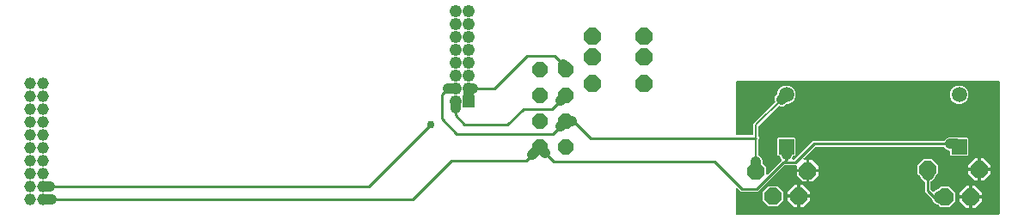
<source format=gbr>
G04 EAGLE Gerber RS-274X export*
G75*
%MOMM*%
%FSLAX34Y34*%
%LPD*%
%INBottom Copper*%
%IPPOS*%
%AMOC8*
5,1,8,0,0,1.08239X$1,22.5*%
G01*
%ADD10R,1.508000X1.508000*%
%ADD11C,1.508000*%
%ADD12P,1.814519X8X22.500000*%
%ADD13P,1.814519X8X202.500000*%
%ADD14P,1.649562X8X112.500000*%
%ADD15C,1.158000*%
%ADD16R,1.218000X1.218000*%
%ADD17C,1.218000*%
%ADD18C,0.254000*%
%ADD19C,1.270000*%
%ADD20C,1.016000*%
%ADD21C,0.203200*%
%ADD22C,0.756400*%

G36*
X585236Y115574D02*
X585236Y115574D01*
X585255Y115572D01*
X585357Y115594D01*
X585459Y115610D01*
X585476Y115620D01*
X585496Y115624D01*
X585585Y115677D01*
X585676Y115726D01*
X585690Y115740D01*
X585707Y115750D01*
X585774Y115829D01*
X585846Y115904D01*
X585854Y115922D01*
X585867Y115937D01*
X585906Y116033D01*
X585949Y116127D01*
X585951Y116147D01*
X585959Y116165D01*
X585977Y116332D01*
X585977Y246380D01*
X585974Y246400D01*
X585976Y246419D01*
X585954Y246521D01*
X585938Y246623D01*
X585928Y246640D01*
X585924Y246660D01*
X585871Y246749D01*
X585822Y246840D01*
X585808Y246854D01*
X585798Y246871D01*
X585719Y246938D01*
X585644Y247010D01*
X585626Y247018D01*
X585611Y247031D01*
X585515Y247070D01*
X585421Y247113D01*
X585401Y247115D01*
X585383Y247123D01*
X585216Y247141D01*
X327152Y247141D01*
X327132Y247138D01*
X327113Y247140D01*
X327011Y247118D01*
X326909Y247102D01*
X326892Y247092D01*
X326872Y247088D01*
X326783Y247035D01*
X326692Y246986D01*
X326678Y246972D01*
X326661Y246962D01*
X326594Y246883D01*
X326523Y246808D01*
X326514Y246790D01*
X326501Y246775D01*
X326462Y246679D01*
X326419Y246585D01*
X326417Y246565D01*
X326409Y246547D01*
X326391Y246380D01*
X326391Y194564D01*
X326394Y194544D01*
X326392Y194525D01*
X326414Y194423D01*
X326431Y194321D01*
X326440Y194304D01*
X326444Y194284D01*
X326497Y194195D01*
X326546Y194104D01*
X326560Y194090D01*
X326570Y194073D01*
X326649Y194006D01*
X326724Y193934D01*
X326742Y193926D01*
X326757Y193913D01*
X326853Y193874D01*
X326947Y193831D01*
X326967Y193829D01*
X326985Y193821D01*
X327152Y193803D01*
X342900Y193803D01*
X342920Y193806D01*
X342939Y193804D01*
X343041Y193826D01*
X343143Y193842D01*
X343160Y193852D01*
X343180Y193856D01*
X343269Y193909D01*
X343360Y193958D01*
X343374Y193972D01*
X343391Y193982D01*
X343458Y194061D01*
X343530Y194136D01*
X343538Y194154D01*
X343551Y194169D01*
X343590Y194265D01*
X343633Y194359D01*
X343635Y194379D01*
X343643Y194397D01*
X343661Y194564D01*
X343661Y205114D01*
X345372Y206826D01*
X345373Y206826D01*
X364831Y226284D01*
X364899Y226379D01*
X364969Y226473D01*
X364971Y226479D01*
X364974Y226484D01*
X365009Y226595D01*
X365045Y226707D01*
X365045Y226713D01*
X365047Y226719D01*
X365044Y226836D01*
X365043Y226953D01*
X365041Y226960D01*
X365040Y226965D01*
X365034Y226982D01*
X364996Y227114D01*
X364693Y227844D01*
X364693Y230472D01*
X365699Y232899D01*
X366632Y233833D01*
X366685Y233907D01*
X366745Y233976D01*
X366757Y234006D01*
X366776Y234033D01*
X366803Y234120D01*
X366837Y234204D01*
X366841Y234245D01*
X366848Y234268D01*
X366847Y234300D01*
X366855Y234371D01*
X366855Y235583D01*
X368235Y238915D01*
X370785Y241465D01*
X374117Y242845D01*
X377723Y242845D01*
X381055Y241465D01*
X383605Y238915D01*
X384985Y235583D01*
X384985Y231977D01*
X383605Y228645D01*
X381055Y226095D01*
X377723Y224715D01*
X376511Y224715D01*
X376421Y224701D01*
X376330Y224693D01*
X376300Y224681D01*
X376268Y224676D01*
X376188Y224633D01*
X376104Y224597D01*
X376072Y224571D01*
X376051Y224560D01*
X376029Y224537D01*
X375973Y224492D01*
X375039Y223559D01*
X372612Y222553D01*
X369984Y222553D01*
X369254Y222856D01*
X369189Y222871D01*
X369146Y222889D01*
X369093Y222894D01*
X369027Y222911D01*
X369020Y222911D01*
X369014Y222912D01*
X368960Y222907D01*
X368955Y222907D01*
X368949Y222906D01*
X368898Y222901D01*
X368781Y222892D01*
X368776Y222890D01*
X368769Y222889D01*
X368725Y222869D01*
X368713Y222867D01*
X368672Y222846D01*
X368661Y222841D01*
X368555Y222796D01*
X368549Y222791D01*
X368545Y222789D01*
X368531Y222776D01*
X368511Y222760D01*
X368495Y222752D01*
X368479Y222735D01*
X368424Y222691D01*
X348966Y203233D01*
X348913Y203159D01*
X348853Y203089D01*
X348841Y203059D01*
X348822Y203033D01*
X348795Y202946D01*
X348761Y202861D01*
X348757Y202820D01*
X348750Y202798D01*
X348751Y202766D01*
X348743Y202694D01*
X348743Y192735D01*
X348757Y192645D01*
X348765Y192554D01*
X348777Y192524D01*
X348782Y192492D01*
X348825Y192412D01*
X348861Y192328D01*
X348887Y192296D01*
X348898Y192275D01*
X348921Y192253D01*
X348966Y192197D01*
X348997Y192166D01*
X348997Y189850D01*
X348966Y189819D01*
X348913Y189745D01*
X348853Y189676D01*
X348841Y189646D01*
X348822Y189620D01*
X348795Y189533D01*
X348761Y189448D01*
X348757Y189407D01*
X348750Y189385D01*
X348751Y189352D01*
X348743Y189281D01*
X348743Y174245D01*
X348762Y174130D01*
X348779Y174014D01*
X348781Y174009D01*
X348782Y174002D01*
X348838Y173898D01*
X348890Y173795D01*
X348895Y173791D01*
X348898Y173785D01*
X348983Y173704D01*
X349066Y173623D01*
X349072Y173619D01*
X349076Y173616D01*
X349093Y173608D01*
X349213Y173542D01*
X349943Y173239D01*
X351801Y171381D01*
X352807Y168954D01*
X352807Y166725D01*
X352821Y166635D01*
X352829Y166544D01*
X352841Y166514D01*
X352846Y166482D01*
X352889Y166401D01*
X352925Y166318D01*
X352951Y166285D01*
X352962Y166265D01*
X352985Y166243D01*
X353030Y166187D01*
X356109Y163108D01*
X356109Y155905D01*
X356111Y155890D01*
X356110Y155878D01*
X356120Y155828D01*
X356122Y155762D01*
X356140Y155713D01*
X356148Y155662D01*
X356182Y155599D01*
X356207Y155531D01*
X356239Y155491D01*
X356264Y155445D01*
X356316Y155395D01*
X356360Y155339D01*
X356404Y155311D01*
X356442Y155275D01*
X356507Y155245D01*
X356567Y155206D01*
X356618Y155194D01*
X356665Y155172D01*
X356736Y155164D01*
X356806Y155146D01*
X356858Y155150D01*
X356909Y155145D01*
X356980Y155160D01*
X357051Y155165D01*
X357099Y155186D01*
X357150Y155197D01*
X357211Y155234D01*
X357277Y155262D01*
X357330Y155304D01*
X357342Y155311D01*
X357345Y155314D01*
X357361Y155323D01*
X357376Y155341D01*
X357408Y155367D01*
X370235Y168194D01*
X371275Y169234D01*
X371287Y169250D01*
X371302Y169262D01*
X371358Y169349D01*
X371419Y169433D01*
X371425Y169452D01*
X371435Y169469D01*
X371461Y169570D01*
X371491Y169668D01*
X371491Y169688D01*
X371496Y169708D01*
X371488Y169811D01*
X371485Y169914D01*
X371478Y169933D01*
X371476Y169953D01*
X371436Y170048D01*
X371400Y170145D01*
X371388Y170161D01*
X371380Y170179D01*
X371275Y170310D01*
X370321Y171265D01*
X369500Y173245D01*
X369439Y173345D01*
X369379Y173445D01*
X369374Y173449D01*
X369371Y173454D01*
X369281Y173529D01*
X369192Y173605D01*
X369186Y173607D01*
X369181Y173611D01*
X369073Y173653D01*
X368964Y173697D01*
X368956Y173698D01*
X368952Y173699D01*
X368933Y173700D01*
X368797Y173715D01*
X367748Y173715D01*
X366855Y174608D01*
X366855Y190952D01*
X367748Y191845D01*
X384092Y191845D01*
X384985Y190952D01*
X384985Y174608D01*
X384092Y173715D01*
X383043Y173715D01*
X382928Y173696D01*
X382812Y173679D01*
X382806Y173677D01*
X382800Y173676D01*
X382698Y173621D01*
X382593Y173568D01*
X382588Y173563D01*
X382583Y173560D01*
X382503Y173476D01*
X382420Y173392D01*
X382417Y173386D01*
X382413Y173382D01*
X382406Y173365D01*
X382340Y173245D01*
X381485Y171183D01*
X381465Y171154D01*
X381443Y171085D01*
X381413Y171020D01*
X381407Y170969D01*
X381392Y170919D01*
X381394Y170847D01*
X381386Y170776D01*
X381397Y170725D01*
X381398Y170673D01*
X381423Y170606D01*
X381438Y170535D01*
X381465Y170491D01*
X381482Y170442D01*
X381527Y170386D01*
X381564Y170324D01*
X381604Y170290D01*
X381636Y170250D01*
X381696Y170211D01*
X381751Y170164D01*
X381799Y170145D01*
X381843Y170117D01*
X381913Y170099D01*
X381979Y170072D01*
X382050Y170064D01*
X382081Y170057D01*
X382105Y170058D01*
X382146Y170054D01*
X383464Y170054D01*
X383554Y170068D01*
X383645Y170076D01*
X383675Y170088D01*
X383707Y170093D01*
X383787Y170136D01*
X383871Y170172D01*
X383903Y170198D01*
X383924Y170209D01*
X383946Y170232D01*
X384002Y170277D01*
X401940Y188215D01*
X530964Y188215D01*
X531079Y188234D01*
X531195Y188251D01*
X531201Y188253D01*
X531207Y188254D01*
X531309Y188309D01*
X531414Y188362D01*
X531419Y188367D01*
X531424Y188370D01*
X531504Y188454D01*
X531586Y188538D01*
X531590Y188544D01*
X531594Y188548D01*
X531601Y188565D01*
X531667Y188685D01*
X531865Y189161D01*
X533723Y191019D01*
X536150Y192025D01*
X544774Y192025D01*
X545068Y191903D01*
X545132Y191888D01*
X545193Y191863D01*
X545276Y191854D01*
X545308Y191847D01*
X545327Y191848D01*
X545360Y191845D01*
X554272Y191845D01*
X555165Y190952D01*
X555165Y174608D01*
X554272Y173715D01*
X537928Y173715D01*
X537035Y174608D01*
X537035Y178054D01*
X537032Y178074D01*
X537034Y178093D01*
X537012Y178195D01*
X536996Y178297D01*
X536986Y178314D01*
X536982Y178334D01*
X536929Y178423D01*
X536880Y178514D01*
X536866Y178528D01*
X536856Y178545D01*
X536777Y178612D01*
X536702Y178684D01*
X536684Y178692D01*
X536669Y178705D01*
X536573Y178744D01*
X536479Y178787D01*
X536459Y178789D01*
X536441Y178797D01*
X536274Y178815D01*
X536150Y178815D01*
X533723Y179821D01*
X531865Y181679D01*
X531667Y182155D01*
X531606Y182255D01*
X531546Y182355D01*
X531541Y182359D01*
X531538Y182364D01*
X531448Y182439D01*
X531359Y182515D01*
X531353Y182517D01*
X531348Y182521D01*
X531240Y182563D01*
X531131Y182607D01*
X531123Y182608D01*
X531119Y182609D01*
X531100Y182610D01*
X530964Y182625D01*
X404571Y182625D01*
X404481Y182611D01*
X404390Y182603D01*
X404360Y182591D01*
X404328Y182586D01*
X404248Y182543D01*
X404164Y182507D01*
X404132Y182481D01*
X404111Y182470D01*
X404089Y182447D01*
X404033Y182402D01*
X392857Y171226D01*
X392815Y171168D01*
X392765Y171116D01*
X392743Y171069D01*
X392713Y171027D01*
X392692Y170958D01*
X392662Y170893D01*
X392656Y170841D01*
X392641Y170791D01*
X392643Y170720D01*
X392635Y170649D01*
X392646Y170598D01*
X392647Y170546D01*
X392672Y170478D01*
X392687Y170408D01*
X392714Y170363D01*
X392732Y170315D01*
X392776Y170259D01*
X392813Y170197D01*
X392853Y170163D01*
X392885Y170123D01*
X392946Y170084D01*
X393000Y170037D01*
X393048Y170018D01*
X393092Y169990D01*
X393162Y169972D01*
X393228Y169945D01*
X393300Y169937D01*
X393331Y169929D01*
X393354Y169931D01*
X393395Y169927D01*
X395479Y169927D01*
X395479Y160527D01*
X386079Y160527D01*
X386079Y163703D01*
X386076Y163723D01*
X386078Y163742D01*
X386056Y163844D01*
X386040Y163946D01*
X386030Y163963D01*
X386026Y163983D01*
X385973Y164072D01*
X385924Y164163D01*
X385910Y164177D01*
X385900Y164194D01*
X385821Y164261D01*
X385746Y164333D01*
X385728Y164341D01*
X385713Y164354D01*
X385617Y164393D01*
X385523Y164436D01*
X385503Y164438D01*
X385485Y164446D01*
X385318Y164464D01*
X374726Y164464D01*
X374636Y164450D01*
X374545Y164442D01*
X374515Y164430D01*
X374483Y164425D01*
X374403Y164382D01*
X374319Y164346D01*
X374287Y164320D01*
X374266Y164309D01*
X374244Y164286D01*
X374188Y164241D01*
X348122Y138175D01*
X331328Y138175D01*
X329468Y140035D01*
X327690Y141813D01*
X327632Y141855D01*
X327580Y141905D01*
X327533Y141927D01*
X327491Y141957D01*
X327422Y141978D01*
X327357Y142008D01*
X327305Y142014D01*
X327255Y142029D01*
X327184Y142027D01*
X327113Y142035D01*
X327062Y142024D01*
X327010Y142023D01*
X326942Y141998D01*
X326872Y141983D01*
X326828Y141956D01*
X326779Y141938D01*
X326723Y141894D01*
X326661Y141857D01*
X326627Y141817D01*
X326587Y141785D01*
X326548Y141724D01*
X326501Y141670D01*
X326482Y141622D01*
X326454Y141578D01*
X326436Y141508D01*
X326409Y141442D01*
X326401Y141370D01*
X326393Y141339D01*
X326395Y141316D01*
X326391Y141275D01*
X326391Y116332D01*
X326394Y116312D01*
X326392Y116293D01*
X326414Y116191D01*
X326431Y116089D01*
X326440Y116072D01*
X326444Y116052D01*
X326497Y115963D01*
X326546Y115872D01*
X326560Y115858D01*
X326570Y115841D01*
X326649Y115774D01*
X326724Y115702D01*
X326742Y115694D01*
X326757Y115681D01*
X326853Y115642D01*
X326947Y115599D01*
X326967Y115597D01*
X326985Y115589D01*
X327152Y115571D01*
X585216Y115571D01*
X585236Y115574D01*
G37*
%LPC*%
G36*
X528026Y123189D02*
X528026Y123189D01*
X526217Y124998D01*
X526143Y125051D01*
X526074Y125111D01*
X526044Y125123D01*
X526018Y125142D01*
X525931Y125169D01*
X525846Y125203D01*
X525805Y125207D01*
X525783Y125214D01*
X525756Y125214D01*
X522843Y126420D01*
X520628Y128635D01*
X519737Y130787D01*
X519702Y130843D01*
X519677Y130903D01*
X519625Y130968D01*
X519607Y130996D01*
X519592Y131008D01*
X519572Y131034D01*
X514177Y136428D01*
X512317Y138288D01*
X512317Y147827D01*
X512298Y147942D01*
X512281Y148058D01*
X512279Y148064D01*
X512278Y148070D01*
X512223Y148173D01*
X512170Y148278D01*
X512165Y148282D01*
X512162Y148288D01*
X512078Y148367D01*
X511994Y148450D01*
X511988Y148453D01*
X511984Y148457D01*
X511967Y148465D01*
X511847Y148531D01*
X510651Y149026D01*
X508436Y151241D01*
X507293Y154001D01*
X507259Y154056D01*
X507233Y154117D01*
X507181Y154182D01*
X507164Y154210D01*
X507149Y154222D01*
X507128Y154248D01*
X505205Y156170D01*
X505205Y164378D01*
X511008Y170181D01*
X519216Y170181D01*
X525019Y164378D01*
X525019Y156170D01*
X523096Y154248D01*
X523058Y154194D01*
X523012Y154148D01*
X522972Y154075D01*
X522952Y154048D01*
X522947Y154029D01*
X522931Y154001D01*
X521788Y151241D01*
X519573Y149026D01*
X518377Y148531D01*
X518277Y148469D01*
X518177Y148409D01*
X518173Y148404D01*
X518168Y148401D01*
X518092Y148310D01*
X518017Y148222D01*
X518015Y148216D01*
X518011Y148212D01*
X517969Y148103D01*
X517925Y147994D01*
X517924Y147987D01*
X517923Y147982D01*
X517922Y147964D01*
X517907Y147827D01*
X517907Y140919D01*
X517921Y140829D01*
X517929Y140738D01*
X517941Y140708D01*
X517946Y140676D01*
X517989Y140596D01*
X518025Y140512D01*
X518051Y140479D01*
X518062Y140459D01*
X518085Y140437D01*
X518130Y140381D01*
X520253Y138258D01*
X520269Y138246D01*
X520281Y138231D01*
X520368Y138174D01*
X520452Y138114D01*
X520471Y138108D01*
X520488Y138098D01*
X520589Y138072D01*
X520687Y138042D01*
X520707Y138042D01*
X520727Y138037D01*
X520830Y138046D01*
X520933Y138048D01*
X520952Y138055D01*
X520972Y138057D01*
X521067Y138097D01*
X521164Y138133D01*
X521180Y138145D01*
X521198Y138153D01*
X521329Y138258D01*
X522843Y139772D01*
X525774Y140986D01*
X525860Y140993D01*
X525890Y141005D01*
X525922Y141010D01*
X526003Y141053D01*
X526087Y141089D01*
X526119Y141115D01*
X526139Y141126D01*
X526161Y141149D01*
X526217Y141194D01*
X528026Y143003D01*
X536234Y143003D01*
X542037Y137200D01*
X542037Y128992D01*
X536234Y123189D01*
X528026Y123189D01*
G37*
%LPD*%
%LPC*%
G36*
X358608Y123951D02*
X358608Y123951D01*
X352805Y129754D01*
X352805Y137962D01*
X358608Y143765D01*
X366816Y143765D01*
X372619Y137962D01*
X372619Y129754D01*
X366816Y123951D01*
X358608Y123951D01*
G37*
%LPD*%
%LPC*%
G36*
X544297Y224715D02*
X544297Y224715D01*
X540965Y226095D01*
X538415Y228645D01*
X537035Y231977D01*
X537035Y235583D01*
X538415Y238915D01*
X540965Y241465D01*
X544297Y242845D01*
X547903Y242845D01*
X551235Y241465D01*
X553785Y238915D01*
X555165Y235583D01*
X555165Y231977D01*
X553785Y228645D01*
X551235Y226095D01*
X547903Y224715D01*
X544297Y224715D01*
G37*
%LPD*%
%LPC*%
G36*
X567435Y161797D02*
X567435Y161797D01*
X567435Y171197D01*
X570436Y171197D01*
X576835Y164798D01*
X576835Y161797D01*
X567435Y161797D01*
G37*
%LPD*%
%LPC*%
G36*
X398525Y160527D02*
X398525Y160527D01*
X398525Y169927D01*
X401526Y169927D01*
X407925Y163528D01*
X407925Y160527D01*
X398525Y160527D01*
G37*
%LPD*%
%LPC*%
G36*
X389635Y135381D02*
X389635Y135381D01*
X389635Y144781D01*
X392636Y144781D01*
X399035Y138382D01*
X399035Y135381D01*
X389635Y135381D01*
G37*
%LPD*%
%LPC*%
G36*
X559053Y134619D02*
X559053Y134619D01*
X559053Y144019D01*
X562054Y144019D01*
X568453Y137620D01*
X568453Y134619D01*
X559053Y134619D01*
G37*
%LPD*%
%LPC*%
G36*
X554989Y161797D02*
X554989Y161797D01*
X554989Y164798D01*
X561388Y171197D01*
X564389Y171197D01*
X564389Y161797D01*
X554989Y161797D01*
G37*
%LPD*%
%LPC*%
G36*
X567435Y149351D02*
X567435Y149351D01*
X567435Y158751D01*
X576835Y158751D01*
X576835Y155750D01*
X570436Y149351D01*
X567435Y149351D01*
G37*
%LPD*%
%LPC*%
G36*
X398525Y148081D02*
X398525Y148081D01*
X398525Y157481D01*
X407925Y157481D01*
X407925Y154480D01*
X401526Y148081D01*
X398525Y148081D01*
G37*
%LPD*%
%LPC*%
G36*
X377189Y135381D02*
X377189Y135381D01*
X377189Y138382D01*
X383588Y144781D01*
X386589Y144781D01*
X386589Y135381D01*
X377189Y135381D01*
G37*
%LPD*%
%LPC*%
G36*
X546607Y134619D02*
X546607Y134619D01*
X546607Y137620D01*
X553006Y144019D01*
X556007Y144019D01*
X556007Y134619D01*
X546607Y134619D01*
G37*
%LPD*%
%LPC*%
G36*
X389635Y122935D02*
X389635Y122935D01*
X389635Y132335D01*
X399035Y132335D01*
X399035Y129334D01*
X392636Y122935D01*
X389635Y122935D01*
G37*
%LPD*%
%LPC*%
G36*
X559053Y122173D02*
X559053Y122173D01*
X559053Y131573D01*
X568453Y131573D01*
X568453Y128572D01*
X562054Y122173D01*
X559053Y122173D01*
G37*
%LPD*%
%LPC*%
G36*
X561388Y149351D02*
X561388Y149351D01*
X554989Y155750D01*
X554989Y158751D01*
X564389Y158751D01*
X564389Y149351D01*
X561388Y149351D01*
G37*
%LPD*%
%LPC*%
G36*
X392478Y148081D02*
X392478Y148081D01*
X386079Y154480D01*
X386079Y157481D01*
X395479Y157481D01*
X395479Y148081D01*
X392478Y148081D01*
G37*
%LPD*%
%LPC*%
G36*
X383588Y122935D02*
X383588Y122935D01*
X377189Y129334D01*
X377189Y132335D01*
X386589Y132335D01*
X386589Y122935D01*
X383588Y122935D01*
G37*
%LPD*%
%LPC*%
G36*
X553006Y122173D02*
X553006Y122173D01*
X546607Y128572D01*
X546607Y131573D01*
X556007Y131573D01*
X556007Y122173D01*
X553006Y122173D01*
G37*
%LPD*%
%LPC*%
G36*
X565911Y160273D02*
X565911Y160273D01*
X565911Y160275D01*
X565913Y160275D01*
X565913Y160273D01*
X565911Y160273D01*
G37*
%LPD*%
%LPC*%
G36*
X397001Y159003D02*
X397001Y159003D01*
X397001Y159005D01*
X397003Y159005D01*
X397003Y159003D01*
X397001Y159003D01*
G37*
%LPD*%
%LPC*%
G36*
X388111Y133857D02*
X388111Y133857D01*
X388111Y133859D01*
X388113Y133859D01*
X388113Y133857D01*
X388111Y133857D01*
G37*
%LPD*%
%LPC*%
G36*
X557529Y133095D02*
X557529Y133095D01*
X557529Y133097D01*
X557531Y133097D01*
X557531Y133095D01*
X557529Y133095D01*
G37*
%LPD*%
D10*
X375920Y182780D03*
D11*
X375920Y233780D03*
D10*
X546100Y182780D03*
D11*
X546100Y233780D03*
D12*
X362712Y133858D03*
X388112Y133858D03*
X532130Y133096D03*
X557530Y133096D03*
D13*
X397002Y159004D03*
X346202Y159004D03*
X565912Y160274D03*
X515112Y160274D03*
X235712Y245415D03*
X184912Y245415D03*
X235864Y271170D03*
X185064Y271170D03*
X235763Y291592D03*
X184963Y291592D03*
D14*
X158496Y182118D03*
X158496Y207518D03*
X158496Y232918D03*
X158496Y258318D03*
X133096Y182118D03*
X133096Y207518D03*
X133096Y232918D03*
X133096Y258318D03*
D15*
X-355854Y131064D03*
X-355854Y143764D03*
X-355854Y156464D03*
X-355854Y169164D03*
X-355854Y181864D03*
X-355854Y194564D03*
X-355854Y207264D03*
X-355854Y219964D03*
X-355854Y232664D03*
X-355854Y245364D03*
X-368554Y245364D03*
X-368554Y232664D03*
X-368554Y219964D03*
X-368554Y207264D03*
X-368554Y194564D03*
X-368554Y181864D03*
X-368554Y169164D03*
X-368554Y156464D03*
X-368554Y143764D03*
X-368554Y131064D03*
D16*
X62992Y227330D03*
D17*
X50292Y227330D03*
X62992Y240030D03*
X50292Y240030D03*
X62992Y252730D03*
X50292Y252730D03*
X62992Y265430D03*
X50292Y265430D03*
X62992Y278130D03*
X50292Y278130D03*
X62992Y290830D03*
X50292Y290830D03*
X62992Y303530D03*
X50292Y303530D03*
X62992Y316230D03*
X50292Y316230D03*
D18*
X521462Y133096D02*
X527304Y133096D01*
X521462Y133096D02*
X515112Y139446D01*
X515112Y155702D01*
D19*
X515112Y160274D01*
X527304Y133096D02*
X532130Y133096D01*
D18*
X50292Y213360D02*
X50292Y220726D01*
X50292Y213360D02*
X59182Y204470D01*
X101346Y204470D01*
X145542Y219964D02*
X153670Y228092D01*
X116840Y219964D02*
X101346Y204470D01*
X116840Y219964D02*
X145542Y219964D01*
D20*
X153670Y228092D02*
X158496Y232918D01*
X50292Y227330D02*
X50292Y220726D01*
D18*
X305181Y168275D02*
X332486Y140970D01*
X375920Y169926D02*
X375920Y175006D01*
X346964Y140970D02*
X332486Y140970D01*
X346964Y140970D02*
X373253Y167259D01*
X375920Y169926D01*
D20*
X375920Y175006D02*
X375920Y182780D01*
X138557Y176657D02*
X133096Y182118D01*
X543460Y185420D02*
X546100Y182780D01*
X543460Y185420D02*
X537464Y185420D01*
D18*
X403098Y185420D01*
X384937Y167259D02*
X373253Y167259D01*
X384937Y167259D02*
X403098Y185420D01*
X146939Y168275D02*
X138557Y176657D01*
X146939Y168275D02*
X305181Y168275D01*
X8382Y131064D02*
X-347472Y131064D01*
X8382Y131064D02*
X45974Y168656D01*
X119634Y168656D02*
X125603Y174625D01*
X119634Y168656D02*
X45974Y168656D01*
D20*
X125603Y174625D02*
X133096Y182118D01*
X-347472Y131064D02*
X-355854Y131064D01*
D21*
X346202Y204062D02*
X371298Y229158D01*
X346202Y191008D02*
X346202Y167640D01*
X346202Y191008D02*
X346202Y204062D01*
D20*
X371298Y229158D02*
X375920Y233780D01*
X346202Y167640D02*
X346202Y159004D01*
D18*
X346202Y191008D02*
X182880Y191008D01*
X166370Y207518D01*
X164592Y207518D01*
D20*
X158496Y207518D01*
D18*
X51308Y195326D02*
X36576Y210058D01*
X146304Y195326D02*
X153670Y202692D01*
X146304Y195326D02*
X51308Y195326D01*
X36576Y210058D02*
X36576Y233934D01*
X42672Y240030D01*
D20*
X153670Y202692D02*
X158496Y207518D01*
X50292Y240030D02*
X42672Y240030D01*
D18*
X-35306Y143764D02*
X-349504Y143764D01*
D22*
X25908Y204724D03*
D18*
X25654Y204724D01*
X-35306Y143764D01*
X67564Y240030D02*
X88392Y240030D01*
X120650Y272288D01*
X147320Y272288D01*
X156083Y263525D01*
D20*
X67564Y240030D02*
X62992Y240030D01*
X156083Y260731D02*
X158496Y258318D01*
X156083Y260731D02*
X156083Y263525D01*
D22*
X339344Y230886D03*
D20*
X63119Y239903D02*
X62992Y240030D01*
X63119Y239903D02*
X62992Y239776D01*
X62992Y227330D01*
X-349504Y143764D02*
X-355854Y143764D01*
M02*

</source>
